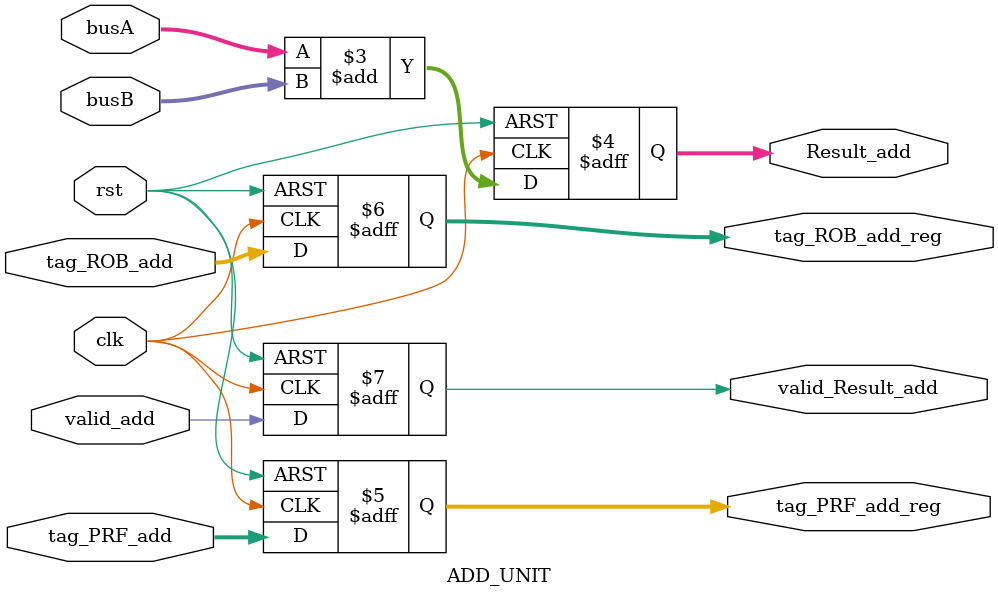
<source format=sv>
module ADD_UNIT (
    input                   clk,
    input                   rst,
    input       [15 : 0]    busA,
    input       [15 : 0]    busB,
    input                   valid_add,
    input       [3 : 0]     tag_PRF_add,
    input       [3 : 0]     tag_ROB_add,

    output  reg [15 : 0]    Result_add,
    output  reg [3 : 0]     tag_PRF_add_reg,
    output  reg [3 : 0]     tag_ROB_add_reg,
    output  reg             valid_Result_add
);

    always @(posedge clk or negedge rst) begin
        if (!rst) begin
            Result_add <= '0;
            tag_PRF_add_reg <= '0;
            tag_ROB_add_reg <= '0;
            valid_Result_add <= 0;
        end
        else begin
            Result_add <= busA + busB;
            tag_PRF_add_reg <= tag_PRF_add;
            tag_ROB_add_reg <= tag_ROB_add;
            valid_Result_add <= valid_add;
        end
    end

endmodule
</source>
